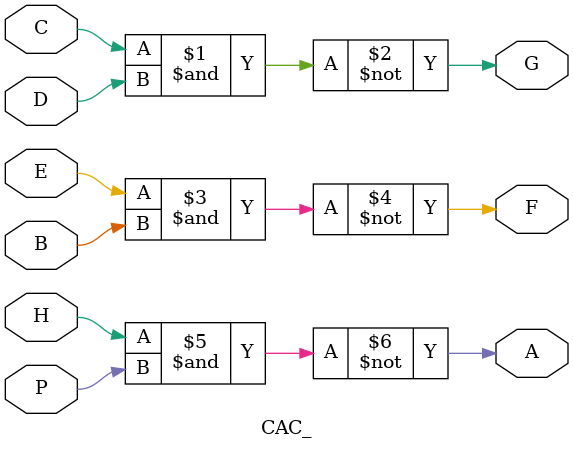
<source format=v>
module CAC_ ( C, D, G, E, B, F, H, P, A );
//            T  T  T  T  T  T  T  T  T
  input C, D, E, B, H, P;
  output G, F, A;

  // CTDL + AND gate: +MA
  // Drawing 729813, production drawing 371922

  // All inputs up transistor on output down
  // Either or both inputs down transistor off output up
  // Max Delay usec  CTDL Clock
  //  turn on        0.10 0.26
  //  turn off       0.25 0.12

  assign G = ~(C & D);
  assign F = ~(E & B);
  assign A = ~(H & P);

endmodule

</source>
